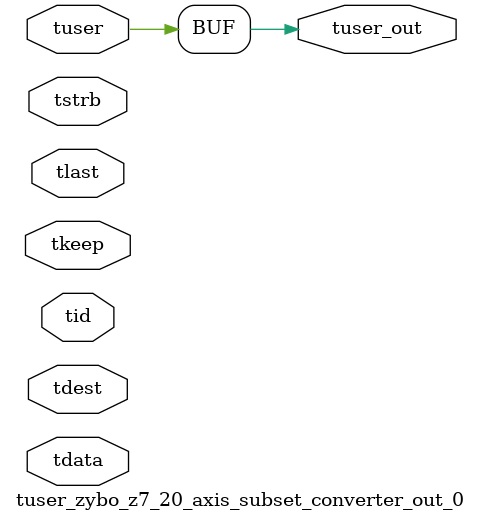
<source format=v>


`timescale 1ps/1ps

module tuser_zybo_z7_20_axis_subset_converter_out_0 #
(
parameter C_S_AXIS_TUSER_WIDTH = 1,
parameter C_S_AXIS_TDATA_WIDTH = 32,
parameter C_S_AXIS_TID_WIDTH   = 0,
parameter C_S_AXIS_TDEST_WIDTH = 0,
parameter C_M_AXIS_TUSER_WIDTH = 1
)
(
input  [(C_S_AXIS_TUSER_WIDTH == 0 ? 1 : C_S_AXIS_TUSER_WIDTH)-1:0     ] tuser,
input  [(C_S_AXIS_TDATA_WIDTH == 0 ? 1 : C_S_AXIS_TDATA_WIDTH)-1:0     ] tdata,
input  [(C_S_AXIS_TID_WIDTH   == 0 ? 1 : C_S_AXIS_TID_WIDTH)-1:0       ] tid,
input  [(C_S_AXIS_TDEST_WIDTH == 0 ? 1 : C_S_AXIS_TDEST_WIDTH)-1:0     ] tdest,
input  [(C_S_AXIS_TDATA_WIDTH/8)-1:0 ] tkeep,
input  [(C_S_AXIS_TDATA_WIDTH/8)-1:0 ] tstrb,
input                                                                    tlast,
output [C_M_AXIS_TUSER_WIDTH-1:0] tuser_out
);

assign tuser_out = {tuser[0:0]};

endmodule


</source>
